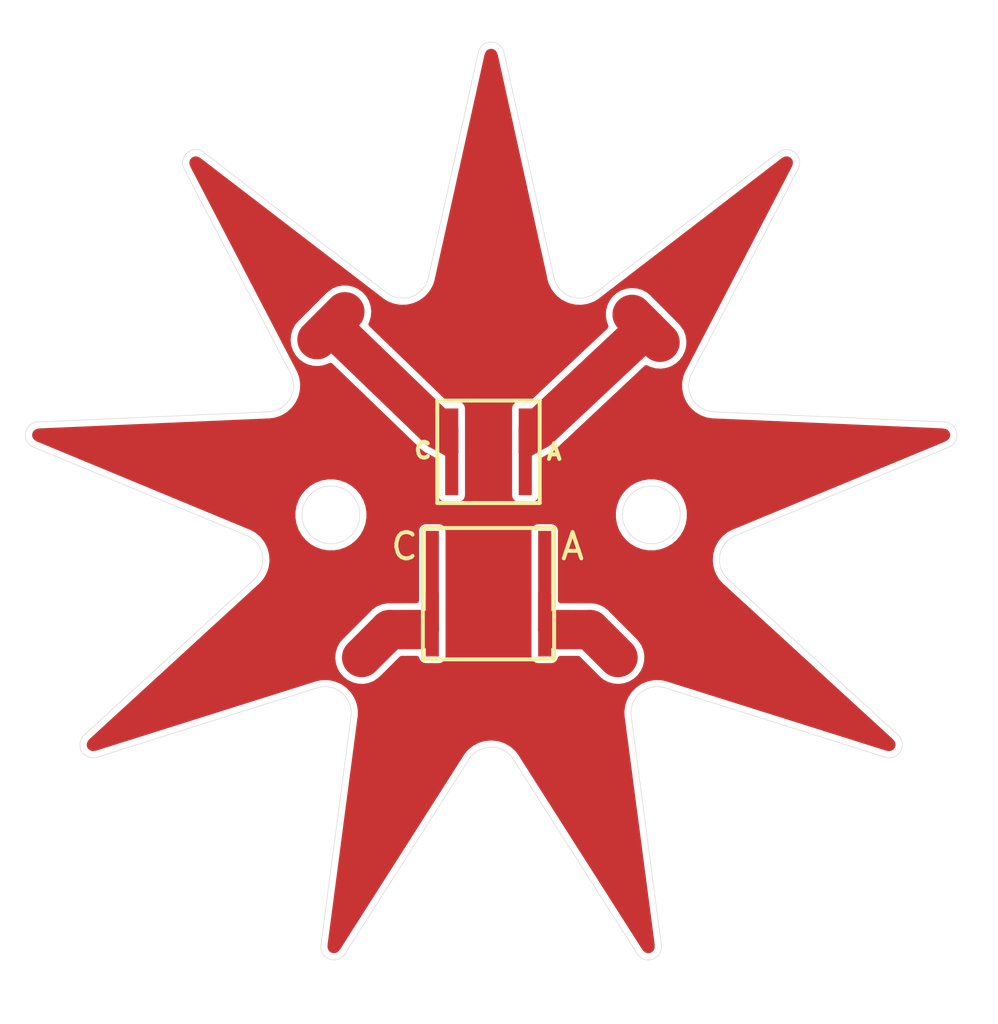
<source format=kicad_pcb>
(kicad_pcb (version 20190905) (host pcbnew "(5.99.0-189-gc3175b45a)")

  (general
    (thickness 1.6)
    (drawings 38)
    (tracks 20)
    (modules 6)
    (nets 6)
  )

  (page "A4")
  (layers
    (0 "F.Cu" signal)
    (31 "B.Cu" signal)
    (37 "F.SilkS" user)
    (39 "F.Mask" user)
    (40 "Dwgs.User" user)
    (44 "Edge.Cuts" user)
    (45 "Margin" user)
    (46 "B.CrtYd" user)
    (47 "F.CrtYd" user)
  )

  (setup
    (stackup
      (layer "F.SilkS" (type "Top Silk Screen"))
      (layer "F.Mask" (type "Top Solder Mask") (thickness 0.01) (color "Green"))
      (layer "F.Cu" (type "copper") (thickness 0.035))
      (layer "dielectric 1" (type "core") (thickness 1.51) (material "FR4") (epsilon_r 4.5) (loss_tangent 0.02))
      (layer "B.Cu" (type "copper") (thickness 0.035))
      (copper_finish "None")
      (dielectric_constraints no)
    )
    (last_trace_width 0.8)
    (trace_clearance 0.22)
    (zone_clearance 0.25)
    (zone_45_only no)
    (trace_min 0.2)
    (via_size 0.8)
    (via_drill 0.4)
    (via_min_size 0.4)
    (via_min_drill 0.3)
    (uvia_size 0.3)
    (uvia_drill 0.1)
    (uvias_allowed no)
    (uvia_min_size 0.2)
    (uvia_min_drill 0.1)
    (max_error 0.005)
    (defaults
      (edge_clearance 0.01)
      (edge_cuts_line_width 0.05)
      (courtyard_line_width 0.05)
      (copper_line_width 0.2)
      (copper_text_dims (size 1.5 1.5) (thickness 0.3) keep_upright)
      (silk_line_width 0.15)
      (silk_text_dims (size 1 1) (thickness 0.15) keep_upright)
      (other_layers_line_width 0.1)
      (other_layers_text_dims (size 1 1) (thickness 0.15) keep_upright)
    )
    (pad_size 1.524 1.524)
    (pad_drill 0.762)
    (pad_to_mask_clearance 0.06)
    (solder_mask_min_width 0.15)
    (aux_axis_origin 0 0)
    (visible_elements 7FFFFF7F)
    (pcbplotparams
      (layerselection 0x010a0_7fffffff)
      (usegerberextensions true)
      (usegerberattributes false)
      (usegerberadvancedattributes false)
      (creategerberjobfile false)
      (excludeedgelayer true)
      (linewidth 0.150000)
      (plotframeref false)
      (viasonmask false)
      (mode 1)
      (useauxorigin false)
      (hpglpennumber 1)
      (hpglpenspeed 20)
      (hpglpendiameter 15.000000)
      (psnegative false)
      (psa4output false)
      (plotreference true)
      (plotvalue true)
      (plotinvisibletext false)
      (padsonsilk false)
      (subtractmaskfromsilk true)
      (outputformat 1)
      (mirror false)
      (drillshape 0)
      (scaleselection 1)
      (outputdirectory "Gerber")
    )
  )

  (net 0 "")
  (net 1 "Net-(D1-PadC)")
  (net 2 "Net-(D1-PadA)")
  (net 3 "Net-(D2-PadC)")
  (net 4 "Net-(D2-PadA)")
  (net 5 "GNDPWR")

  (net_class "Default" "This is the default net class."
    (clearance 0.22)
    (trace_width 0.8)
    (via_dia 0.8)
    (via_drill 0.4)
    (uvia_dia 0.3)
    (uvia_drill 0.1)
    (add_net "GNDPWR")
    (add_net "Net-(D1-PadA)")
    (add_net "Net-(D1-PadC)")
    (add_net "Net-(D2-PadA)")
    (add_net "Net-(D2-PadC)")
  )

  (module "LEDs:LED_XPE" (layer "F.Cu") (tedit 5D967932) (tstamp 5D90F48F)
    (at 125.2 103 180)
    (descr "CREE XP-E LED")
    (path "/5D915826")
    (fp_text reference "D1" (at 0 2.6) (layer "F.SilkS") hide
      (effects (font (size 0.6 0.6) (thickness 0.15)))
    )
    (fp_text value "LED" (at 0 -2.55) (layer "F.SilkS") hide
      (effects (font (size 0.6 0.6) (thickness 0.15)))
    )
    (fp_text user "C" (at 2.5 0.05) (layer "F.SilkS")
      (effects (font (size 0.6 0.6) (thickness 0.15)))
    )
    (fp_line (start -1.95 1.95) (end -1.95 -1.95) (layer "F.SilkS") (width 0.15))
    (fp_line (start 1.95 1.95) (end -1.95 1.95) (layer "F.SilkS") (width 0.15))
    (fp_line (start 1.95 -1.95) (end 1.95 1.95) (layer "F.SilkS") (width 0.15))
    (fp_line (start -1.95 -1.95) (end 1.95 -1.95) (layer "F.SilkS") (width 0.15))
    (fp_text user "A" (at -2.5 0) (layer "F.SilkS")
      (effects (font (size 0.6 0.6) (thickness 0.15)))
    )
    (pad "PAD" smd rect (at 0 0 180) (size 1.3 3.3) (layers "F.Cu" "F.Paste" "F.Mask")
      (net 5 "GNDPWR"))
    (pad "A" smd rect (at -1.4 0 180) (size 0.5 3.3) (layers "F.Cu" "F.Paste" "F.Mask")
      (net 2 "Net-(D1-PadA)"))
    (pad "C" smd rect (at 1.4 0 180) (size 0.5 3.3) (layers "F.Cu" "F.Paste" "F.Mask")
      (net 1 "Net-(D1-PadC)"))
    (model "${KICAD_SYMBOL_DIR}/3d/LED/Cree_XPE.stp"
      (offset (xyz 0 1.4 0))
      (scale (xyz 1 1 1))
      (rotate (xyz 180 0 0))
    )
  )

  (module "PCB:Oval3x1.5" (layer "F.Cu") (tedit 57112E9C) (tstamp 5D966882)
    (at 120.9 110.3 45)
    (path "/5D969567")
    (fp_text reference "XL4" (at -0.1 1.3 45) (layer "F.SilkS") hide
      (effects (font (size 0.6 0.6) (thickness 0.15)))
    )
    (fp_text value "CONN_1" (at -0.199999 -1.2 45) (layer "F.SilkS") hide
      (effects (font (size 0.6 0.6) (thickness 0.15)))
    )
    (pad "1" smd oval (at 0 0 45) (size 3 1.5) (layers "F.Cu" "F.Paste" "F.Mask")
      (net 3 "Net-(D2-PadC)"))
  )

  (module "PCB:Oval3x1.5" (layer "F.Cu") (tedit 57112E9C) (tstamp 5D96687D)
    (at 129.6 110.3 -45)
    (path "/5D969566")
    (fp_text reference "XL3" (at -0.1 1.3 135) (layer "F.SilkS") hide
      (effects (font (size 0.6 0.6) (thickness 0.15)))
    )
    (fp_text value "CONN_1" (at -0.199999 -1.2 135) (layer "F.SilkS") hide
      (effects (font (size 0.6 0.6) (thickness 0.15)))
    )
    (pad "1" smd oval (at 0 0 315) (size 3 1.5) (layers "F.Cu" "F.Paste" "F.Mask")
      (net 4 "Net-(D2-PadA)"))
  )

  (module "LEDs:Cree_XML" (layer "F.Cu") (tedit 5D9678FE) (tstamp 5D966868)
    (at 125.2 108.4 180)
    (path "/5D969568")
    (fp_text reference "D2" (at 0 3.2) (layer "F.SilkS") hide
      (effects (font (size 0.6 0.6) (thickness 0.15)))
    )
    (fp_text value "LED" (at 0.06 -3.2) (layer "F.SilkS") hide
      (effects (font (size 0.6 0.6) (thickness 0.15)))
    )
    (fp_text user "C" (at 3.2 1.8) (layer "F.SilkS")
      (effects (font (size 1 1) (thickness 0.15)))
    )
    (fp_text user "A" (at -3.2 1.8) (layer "F.SilkS")
      (effects (font (size 1 1) (thickness 0.15)))
    )
    (fp_line (start -2.5 2.5) (end -2.5 -2.5) (layer "F.SilkS") (width 0.15))
    (fp_line (start 2.5 2.5) (end -2.5 2.5) (layer "F.SilkS") (width 0.15))
    (fp_line (start 2.5 -2.5) (end 2.5 2.5) (layer "F.SilkS") (width 0.15))
    (fp_line (start -2.5 -2.5) (end 2.5 -2.5) (layer "F.SilkS") (width 0.15))
    (pad "C" smd rect (at 2.14 0 180) (size 0.5 4.78) (layers "F.Cu" "F.Paste" "F.Mask")
      (net 3 "Net-(D2-PadC)"))
    (pad "A" smd rect (at -2.14 0 180) (size 0.5 4.78) (layers "F.Cu" "F.Paste" "F.Mask")
      (net 4 "Net-(D2-PadA)"))
    (pad "PAD" smd rect (at 0 0 180) (size 2.78 4.78) (layers "F.Cu" "F.Paste" "F.Mask")
      (net 5 "GNDPWR"))
    (model "${KICAD_SYMBOL_DIR}/3d/LED/Cree_XML.step"
      (at (xyz 0 0 0))
      (scale (xyz 1 1 1))
      (rotate (xyz -90 0 0))
    )
  )

  (module "PCB:Oval3x1.5" (layer "F.Cu") (tedit 57112E9C) (tstamp 5D90F4CD)
    (at 119.2 98.2 45)
    (path "/5D918C39")
    (fp_text reference "XL2" (at -0.1 1.3 45) (layer "F.SilkS") hide
      (effects (font (size 0.6 0.6) (thickness 0.15)))
    )
    (fp_text value "CONN_1" (at -0.199999 -1.2 45) (layer "F.SilkS") hide
      (effects (font (size 0.6 0.6) (thickness 0.15)))
    )
    (pad "1" smd oval (at 0 0 45) (size 3 1.5) (layers "F.Cu" "F.Paste" "F.Mask")
      (net 1 "Net-(D1-PadC)"))
  )

  (module "PCB:Oval3x1.5" (layer "F.Cu") (tedit 57112E9C) (tstamp 5D90F4C8)
    (at 131.2 98.3 -45)
    (path "/5D91721A")
    (fp_text reference "XL1" (at -0.1 1.3 135) (layer "F.SilkS") hide
      (effects (font (size 0.6 0.6) (thickness 0.15)))
    )
    (fp_text value "CONN_1" (at -0.199999 -1.2 135) (layer "F.SilkS") hide
      (effects (font (size 0.6 0.6) (thickness 0.15)))
    )
    (pad "1" smd oval (at 0 0 315) (size 3 1.5) (layers "F.Cu" "F.Paste" "F.Mask")
      (net 2 "Net-(D1-PadA)"))
  )

  (gr_arc (start 118.973491 112.93964) (end 119.964944 113.070102) (angle -114.9925404) (layer "Edge.Cuts") (width 0.02) (tstamp 5D966C4B))
  (gr_arc (start 114.051217 91.994223) (end 114.355572 91.597526) (angle -154.9925404) (layer "Edge.Cuts") (width 0.02) (tstamp 5D966C4E))
  (gr_line (start 116.282863 107.846331) (end 109.806737 113.781383) (layer "Edge.Cuts") (width 0.02) (tstamp 5D966C51))
  (gr_line (start 113.607697 92.225068) (end 117.663358 100.017159) (layer "Edge.Cuts") (width 0.02) (tstamp 5D966C54))
  (gr_line (start 121.325025 96.944655) (end 114.355572 91.597526) (layer "Edge.Cuts") (width 0.02) (tstamp 5D966C57))
  (gr_line (start 124.81186 87.791749) (end 122.910017 96.367765) (layer "Edge.Cuts") (width 0.02) (tstamp 5D966C5A))
  (gr_line (start 131.781079 121.77939) (end 130.635056 113.070102) (layer "Edge.Cuts") (width 0.02) (tstamp 5D966C5D))
  (gr_line (start 126.143356 114.704947) (end 130.863674 122.113298) (layer "Edge.Cuts") (width 0.02) (tstamp 5D966C60))
  (gr_arc (start 125.3 115.242302) (end 126.143356 114.704947) (angle -114.9925404) (layer "Edge.Cuts") (width 0.02) (tstamp 5D966C63))
  (gr_arc (start 110.144556 114.15) (end 109.806737 113.781383) (angle -154.9925404) (layer "Edge.Cuts") (width 0.02) (tstamp 5D966C66))
  (gr_line (start 127.689983 96.367765) (end 125.78814 87.791749) (layer "Edge.Cuts") (width 0.02) (tstamp 5D966C69))
  (gr_arc (start 131.285352 121.84462) (end 130.863674 122.113298) (angle -154.9925404) (layer "Edge.Cuts") (width 0.02) (tstamp 5D966C6C))
  (gr_line (start 119.736326 122.113298) (end 124.456644 114.704947) (layer "Edge.Cuts") (width 0.02) (tstamp 5D966C6F))
  (gr_arc (start 119.314648 121.84462) (end 118.818921 121.77939) (angle -154.9925404) (layer "Edge.Cuts") (width 0.02) (tstamp 5D966C72))
  (gr_arc (start 115.607225 107.109097) (end 116.282863 107.846331) (angle -114.9925404) (layer "Edge.Cuts") (width 0.02) (tstamp 5D966C75))
  (gr_arc (start 121.933735 96.151262) (end 121.325025 96.944655) (angle -114.9925404) (layer "Edge.Cuts") (width 0.02) (tstamp 5D966C78))
  (gr_line (start 110.294878 114.626868) (end 118.672847 111.985904) (layer "Edge.Cuts") (width 0.02) (tstamp 5D966C7B))
  (gr_line (start 107.874493 102.823085) (end 115.989969 106.185243) (layer "Edge.Cuts") (width 0.02) (tstamp 5D966C7E))
  (gr_arc (start 108.065865 102.361157) (end 108.044023 101.861635) (angle -154.9925404) (layer "Edge.Cuts") (width 0.02) (tstamp 5D966C81))
  (gr_line (start 116.820001 101.477895) (end 108.044023 101.861635) (layer "Edge.Cuts") (width 0.02) (tstamp 5D966C84))
  (gr_arc (start 116.776317 100.478849) (end 116.820001 101.477895) (angle -114.9925404) (layer "Edge.Cuts") (width 0.02) (tstamp 5D966C87))
  (gr_arc (start 125.3 87.9) (end 125.78814 87.791749) (angle -154.9925404) (layer "Edge.Cuts") (width 0.02) (tstamp 5D966C8A))
  (gr_line (start 119.964944 113.070102) (end 118.818921 121.77939) (layer "Edge.Cuts") (width 0.02) (tstamp 5D966C8D))
  (gr_line (start 132.936642 100.017159) (end 136.992303 92.225068) (layer "Edge.Cuts") (width 0.02) (tstamp 5D966C90))
  (gr_line (start 134.610031 106.185243) (end 142.725507 102.823085) (layer "Edge.Cuts") (width 0.02) (tstamp 5D966C93))
  (gr_line (start 142.555977 101.861635) (end 133.779999 101.477895) (layer "Edge.Cuts") (width 0.02) (tstamp 5D966C96))
  (gr_line (start 140.793263 113.781383) (end 134.317137 107.846331) (layer "Edge.Cuts") (width 0.02) (tstamp 5D966C99))
  (gr_arc (start 134.992775 107.109097) (end 134.610031 106.185243) (angle -114.9925404) (layer "Edge.Cuts") (width 0.02) (tstamp 5D966C9C))
  (gr_arc (start 133.823683 100.478849) (end 132.936642 100.017159) (angle -114.9925404) (layer "Edge.Cuts") (width 0.02) (tstamp 5D966C9F))
  (gr_arc (start 142.534135 102.361157) (end 142.725507 102.823085) (angle -154.9925404) (layer "Edge.Cuts") (width 0.02) (tstamp 5D966CA2))
  (gr_line (start 131.927153 111.985904) (end 140.305122 114.626868) (layer "Edge.Cuts") (width 0.02) (tstamp 5D966CA5))
  (gr_arc (start 131.626509 112.93964) (end 131.927153 111.985904) (angle -114.9925404) (layer "Edge.Cuts") (width 0.02) (tstamp 5D966CA8))
  (gr_arc (start 140.455444 114.15) (end 140.305122 114.626868) (angle -154.9925404) (layer "Edge.Cuts") (width 0.02) (tstamp 5D966CAB))
  (gr_arc (start 136.548783 91.994223) (end 136.992303 92.225068) (angle -154.9925404) (layer "Edge.Cuts") (width 0.02) (tstamp 5D966CAE))
  (gr_circle (center 131.4 105.4) (end 132.5 105.4) (layer "Edge.Cuts") (width 0.02) (tstamp 5D966CB1))
  (gr_arc (start 128.666265 96.151262) (end 127.689983 96.367765) (angle -114.9925404) (layer "Edge.Cuts") (width 0.02) (tstamp 5D966CB4))
  (gr_line (start 136.244428 91.597526) (end 129.274975 96.944655) (layer "Edge.Cuts") (width 0.02) (tstamp 5D966CB7))
  (gr_circle (center 119.2 105.4) (end 120.300001 105.4) (layer "Edge.Cuts") (width 0.02) (tstamp 5D966CBA))

  (segment (start 123.8 103) (end 123.7994 102.1518) (width 0.5) (layer "F.Cu") (net 1))
  (segment (start 123.8 103) (end 123.0576 102.5898) (width 0.5) (layer "F.Cu") (net 1))
  (segment (start 126.6 103) (end 127.3431 102.5831) (width 0.5) (layer "F.Cu") (net 2))
  (segment (start 126.6 103) (end 126.5985 102.1479) (width 0.5) (layer "F.Cu") (net 2))
  (segment (start 129.6 110.3) (end 129.5689 109.7419) (width 0.5) (layer "F.Cu") (net 4))
  (segment (start 129.6 110.3) (end 129.0419 110.2689) (width 0.5) (layer "F.Cu") (net 4))
  (segment (start 127.34 109.7697) (end 127.6046 110.0279) (width 0.5) (layer "F.Cu") (net 4))
  (segment (start 127.34 109.7697) (end 127.6034 109.5103) (width 0.5) (layer "F.Cu") (net 4))
  (segment (start 119.2 98.2) (end 123.2994 102.1522) (width 1.5) (layer "F.Cu") (net 1))
  (segment (start 123.2994 102.1522) (end 123.8 103) (width 0.5) (layer "F.Cu") (net 1))
  (segment (start 126.6 103) (end 127.0985 102.147) (width 0.5) (layer "F.Cu") (net 2))
  (segment (start 127.0985 102.147) (end 131.2 98.3) (width 1.5) (layer "F.Cu") (net 2))
  (segment (start 121.4303 109.7697) (end 122.5589 109.7665) (width 1.5) (layer "F.Cu") (net 3))
  (segment (start 122.5589 109.7665) (end 122.81 109.7665) (width 0.5) (layer "F.Cu") (net 3))
  (segment (start 122.81 109.7665) (end 123.06 109.7665) (width 0.5) (layer "F.Cu") (net 3))
  (segment (start 123.06 109.7665) (end 123.06 108.4) (width 0.5) (layer "F.Cu") (net 3))
  (segment (start 129.6 110.3) (end 129.0697 109.7697) (width 0.5) (layer "F.Cu") (net 4))
  (segment (start 127.8578 109.7685) (end 127.34 109.7697) (width 0.5) (layer "F.Cu") (net 4))
  (segment (start 127.34 109.7697) (end 127.34 108.4) (width 0.5) (layer "F.Cu") (net 4))
  (segment (start 129.0697 109.7697) (end 127.8578 109.7685) (width 1.5) (layer "F.Cu") (net 4))

  (zone (net 5) (net_name "GNDPWR") (layer "F.Cu") (tstamp 0) (hatch edge 0.508)
    (connect_pads yes (clearance 0.25))
    (min_thickness 0.22)
    (fill yes (thermal_gap 0.508) (thermal_bridge_width 0.508))
    (polygon
      (pts
        (xy 106.6 85.8) (xy 144.6 85.8) (xy 144.6 124.8) (xy 106.6 124.8)
      )
    )
    (filled_polygon
      (pts
        (xy 125.345939 87.775837) (xy 125.378941 87.793722) (xy 125.405595 87.820149) (xy 125.430015 87.864301) (xy 125.442575 87.906298)
        (xy 125.448162 87.91685) (xy 127.335456 96.427264) (xy 127.340223 96.468784) (xy 127.403222 96.665003) (xy 127.415178 96.686528)
        (xy 127.42264 96.709985) (xy 127.53068 96.905731) (xy 127.547583 96.925772) (xy 127.560388 96.94864) (xy 127.705583 97.118664)
        (xy 127.726167 97.134893) (xy 127.743308 97.154719) (xy 127.919725 97.292076) (xy 127.943153 97.303835) (xy 127.963934 97.319811)
        (xy 128.164367 97.418888) (xy 128.189678 97.425695) (xy 128.213249 97.437168) (xy 128.429509 97.493918) (xy 128.455678 97.495497)
        (xy 128.481068 97.501995) (xy 128.704323 97.5141) (xy 128.730268 97.510387) (xy 128.756454 97.511646) (xy 128.977584 97.478613)
        (xy 129.002254 97.469757) (xy 129.028154 97.465726) (xy 129.238126 97.388902) (xy 129.260511 97.375266) (xy 129.285071 97.36611)
        (xy 129.475306 97.248636) (xy 129.507062 97.219079) (xy 136.415249 91.918955) (xy 136.500917 91.870791) (xy 136.537486 91.862317)
        (xy 136.574958 91.864447) (xy 136.610333 91.877011) (xy 136.640753 91.898995) (xy 136.663783 91.928636) (xy 136.677571 91.963553)
        (xy 136.681002 92.000928) (xy 136.671329 92.050444) (xy 136.653953 92.090694) (xy 136.65145 92.10237) (xy 132.62682 99.834843)
        (xy 132.603775 99.869725) (xy 132.525909 100.060531) (xy 132.521233 100.084702) (xy 132.511871 100.107468) (xy 132.468812 100.326867)
        (xy 132.468879 100.353079) (xy 132.463988 100.37883) (xy 132.465924 100.602405) (xy 132.47126 100.628071) (xy 132.471647 100.654279)
        (xy 132.518501 100.872899) (xy 132.528889 100.896966) (xy 132.534538 100.922561) (xy 132.624394 101.127294) (xy 132.639407 101.148778)
        (xy 132.650087 101.172715) (xy 132.779275 101.355199) (xy 132.798305 101.373228) (xy 132.813579 101.394526) (xy 132.976822 101.547308)
        (xy 132.999088 101.561142) (xy 133.018333 101.578935) (xy 133.208962 101.69577) (xy 133.233556 101.704845) (xy 133.255987 101.718405)
        (xy 133.466215 101.794521) (xy 133.492124 101.798464) (xy 133.516828 101.807238) (xy 133.738069 101.839528) (xy 133.781393 101.837298)
        (xy 142.480233 102.217666) (xy 142.576806 102.235833) (xy 142.61027 102.252849) (xy 142.637604 102.278565) (xy 142.656626 102.310929)
        (xy 142.6658 102.347329) (xy 142.66439 102.384839) (xy 142.65251 102.420439) (xy 142.631107 102.451286) (xy 142.591873 102.482997)
        (xy 142.552688 102.502663) (xy 142.543269 102.509996) (xy 134.489883 105.846431) (xy 134.449809 105.85834) (xy 134.267512 105.954455)
        (xy 134.248395 105.969965) (xy 134.226589 105.981386) (xy 134.052576 106.121777) (xy 134.035777 106.141902) (xy 134.015477 106.158486)
        (xy 133.87325 106.330999) (xy 133.860844 106.354085) (xy 133.844293 106.374411) (xy 133.739659 106.572001) (xy 133.732147 106.597112)
        (xy 133.720021 106.620351) (xy 133.657255 106.834945) (xy 133.654945 106.861058) (xy 133.647741 106.886258) (xy 133.629406 107.109087)
        (xy 133.632394 107.135128) (xy 133.630405 107.161266) (xy 133.657251 107.383232) (xy 133.665415 107.408143) (xy 133.668721 107.434144)
        (xy 133.739652 107.646179) (xy 133.752656 107.668934) (xy 133.761123 107.69374) (xy 133.87324 107.887183) (xy 133.890557 107.906863)
        (xy 133.90384 107.92946) (xy 134.052564 108.096405) (xy 134.087177 108.122539) (xy 140.506373 114.005417) (xy 140.568689 114.081427)
        (xy 140.583384 114.115969) (xy 140.587793 114.153241) (xy 140.581562 114.190261) (xy 140.565195 114.224036) (xy 140.540003 114.251865)
        (xy 140.508015 114.271503) (xy 140.471799 114.281374) (xy 140.42135 114.280446) (xy 140.378699 114.270324) (xy 140.366768 114.269886)
        (xy 132.052903 111.649131) (xy 132.014546 111.632493) (xy 131.813119 111.588943) (xy 131.788504 111.588535) (xy 131.764453 111.583267)
        (xy 131.540911 111.57896) (xy 131.51511 111.583578) (xy 131.488902 111.583233) (xy 131.269058 111.623964) (xy 131.244713 111.633674)
        (xy 131.218967 111.638607) (xy 131.011804 111.722711) (xy 130.989905 111.737123) (xy 130.965682 111.747129) (xy 130.779664 111.871171)
        (xy 130.761115 111.889685) (xy 130.739392 111.904363) (xy 130.582114 112.063276) (xy 130.567664 112.085145) (xy 130.549339 112.103887)
        (xy 130.427227 112.29118) (xy 130.417471 112.315507) (xy 130.403289 112.337553) (xy 130.321332 112.545573) (xy 130.316668 112.57136)
        (xy 130.307206 112.595812) (xy 130.268751 112.816064) (xy 130.269367 112.842275) (xy 130.265017 112.868119) (xy 130.271636 113.091604)
        (xy 130.281355 113.133888) (xy 131.417304 121.766622) (xy 131.416182 121.864878) (xy 131.405235 121.900787) (xy 131.384652 121.932178)
        (xy 131.356086 121.95653) (xy 131.321837 121.971883) (xy 131.284653 121.977008) (xy 131.24752 121.971489) (xy 131.213434 121.955772)
        (xy 131.17539 121.922638) (xy 131.14922 121.887465) (xy 131.140363 121.879462) (xy 126.456159 114.527792) (xy 126.437472 114.490394)
        (xy 126.311161 114.327556) (xy 126.29257 114.311423) (xy 126.277532 114.291929) (xy 126.109056 114.144939) (xy 126.086323 114.131891)
        (xy 126.066465 114.114778) (xy 125.871876 114.004669) (xy 125.846985 113.996459) (xy 125.824092 113.983689) (xy 125.611335 113.914956)
        (xy 125.585304 113.911919) (xy 125.560309 113.904013) (xy 125.338077 113.879463) (xy 125.311961 113.881723) (xy 125.285889 113.879004)
        (xy 125.06326 113.899643) (xy 125.038134 113.907108) (xy 125.01205 113.909687) (xy 124.798117 113.974669) (xy 124.775006 113.987034)
        (xy 124.749972 113.994805) (xy 124.553476 114.101478) (xy 124.533322 114.118238) (xy 124.510361 114.130885) (xy 124.339328 114.27489)
        (xy 124.322955 114.29536) (xy 124.303008 114.312364) (xy 124.164424 114.487818) (xy 124.144693 114.526453) (xy 119.465871 121.869678)
        (xy 119.401844 121.94424) (xy 119.370383 121.964706) (xy 119.334437 121.975522) (xy 119.2969 121.975815) (xy 119.260792 121.96556)
        (xy 119.229013 121.945584) (xy 119.204118 121.917491) (xy 119.188109 121.883542) (xy 119.180263 121.8337) (xy 119.182824 121.789938)
        (xy 119.181183 121.778112) (xy 120.318439 113.135456) (xy 120.328162 113.094798) (xy 120.336073 112.888869) (xy 120.3322 112.864554)
        (xy 120.333211 112.839957) (xy 120.298635 112.619064) (xy 120.289607 112.594457) (xy 120.285396 112.568586) (xy 120.207109 112.359155)
        (xy 120.193316 112.336861) (xy 120.183988 112.312367) (xy 120.06519 112.122958) (xy 120.047197 112.103895) (xy 120.033134 112.081775)
        (xy 119.878674 111.920121) (xy 119.857214 111.905064) (xy 119.838992 111.886225) (xy 119.655183 111.758932) (xy 119.631136 111.7485)
        (xy 119.609498 111.733709) (xy 119.403848 111.645975) (xy 119.378196 111.64059) (xy 119.354019 111.630451) (xy 119.134927 111.585862)
        (xy 119.108717 111.585747) (xy 119.083002 111.580676) (xy 118.859418 111.581051) (xy 118.833716 111.586208) (xy 118.807505 111.586413)
        (xy 118.588565 111.631739) (xy 118.548617 111.648651) (xy 110.24429 114.266401) (xy 110.14732 114.282362) (xy 110.110061 114.277817)
        (xy 110.075571 114.262996) (xy 110.046631 114.239094) (xy 110.025561 114.208029) (xy 110.014057 114.172297) (xy 110.013044 114.134775)
        (xy 110.022603 114.098477) (xy 110.048627 114.055258) (xy 110.078722 114.023377) (xy 110.085068 114.013262) (xy 113.528458 110.857564)
        (xy 119.255286 110.857564) (xy 119.283523 111.081086) (xy 119.356128 111.294365) (xy 119.470137 111.488688) (xy 119.620892 111.656118)
        (xy 119.802233 111.789814) (xy 120.006754 111.884316) (xy 120.2261 111.935763) (xy 120.45131 111.942054) (xy 120.673185 111.902931)
        (xy 120.88535 111.818928) (xy 121.124365 111.643996) (xy 121.890964 110.877398) (xy 122.461029 110.875782) (xy 122.471829 110.930075)
        (xy 122.551175 111.048825) (xy 122.669925 111.128171) (xy 122.799264 111.153898) (xy 123.320736 111.153898) (xy 123.450075 111.128171)
        (xy 123.568825 111.048825) (xy 123.648171 110.930075) (xy 123.673898 110.800736) (xy 123.673898 109.711091) (xy 126.724389 109.711091)
        (xy 126.726102 109.732568) (xy 126.726102 109.812019) (xy 126.724665 109.831131) (xy 126.726102 109.836243) (xy 126.726102 110.800736)
        (xy 126.751829 110.930075) (xy 126.831175 111.048825) (xy 126.949925 111.128171) (xy 127.079264 111.153898) (xy 127.600736 111.153898)
        (xy 127.730075 111.128171) (xy 127.848825 111.048825) (xy 127.928171 110.930075) (xy 127.938613 110.87758) (xy 128.609882 110.878244)
        (xy 129.385953 111.654315) (xy 129.516699 111.76095) (xy 129.71636 111.865329) (xy 129.93293 111.92743) (xy 130.157564 111.944714)
        (xy 130.381087 111.916477) (xy 130.594365 111.843872) (xy 130.788688 111.729863) (xy 130.956118 111.579108) (xy 131.089814 111.397767)
        (xy 131.184316 111.193247) (xy 131.235763 110.9739) (xy 131.242054 110.748689) (xy 131.202931 110.526814) (xy 131.118928 110.314649)
        (xy 130.943997 110.075634) (xy 129.881466 109.013104) (xy 129.818034 108.940245) (xy 129.73993 108.885237) (xy 129.683301 108.839051)
        (xy 129.648579 108.820898) (xy 129.598579 108.785684) (xy 129.529706 108.758753) (xy 129.48364 108.734671) (xy 129.425425 108.717978)
        (xy 129.348322 108.687829) (xy 129.297885 108.681407) (xy 129.267069 108.67257) (xy 129.169578 108.665068) (xy 129.13579 108.660766)
        (xy 129.113371 108.660743) (xy 129.042436 108.655286) (xy 129.000119 108.660631) (xy 127.953898 108.659595) (xy 127.953898 105.999264)
        (xy 127.928171 105.869925) (xy 127.848825 105.751175) (xy 127.730075 105.671829) (xy 127.600736 105.646102) (xy 127.079264 105.646102)
        (xy 126.949925 105.671829) (xy 126.831175 105.751175) (xy 126.751829 105.869925) (xy 126.726102 105.999264) (xy 126.726102 109.704889)
        (xy 126.724389 109.711091) (xy 123.673898 109.711091) (xy 123.673898 105.999264) (xy 123.648171 105.869925) (xy 123.568825 105.751175)
        (xy 123.450075 105.671829) (xy 123.320736 105.646102) (xy 122.799264 105.646102) (xy 122.669925 105.671829) (xy 122.551175 105.751175)
        (xy 122.471829 105.869925) (xy 122.446102 105.999264) (xy 122.446102 108.657816) (xy 121.445599 108.660652) (xy 121.348689 108.657946)
        (xy 121.265951 108.672535) (xy 121.160752 108.685569) (xy 121.133818 108.695834) (xy 121.126811 108.697069) (xy 121.030117 108.735355)
        (xy 120.90993 108.781159) (xy 120.68915 108.93382) (xy 120.621864 109.009772) (xy 119.545685 110.085954) (xy 119.43905 110.2167)
        (xy 119.334671 110.41636) (xy 119.27257 110.632931) (xy 119.255286 110.857564) (xy 113.528458 110.857564) (xy 116.51165 108.123615)
        (xy 116.545228 108.098723) (xy 116.683659 107.946056) (xy 116.696322 107.924939) (xy 116.712907 107.906747) (xy 116.828407 107.715307)
        (xy 116.837308 107.690657) (xy 116.850713 107.668129) (xy 116.925361 107.457374) (xy 116.929124 107.43143) (xy 116.937723 107.406673)
        (xy 116.968469 107.185214) (xy 116.966939 107.159048) (xy 116.970385 107.133059) (xy 116.955971 106.90994) (xy 116.94921 106.884615)
        (xy 116.947361 106.85847) (xy 116.888377 106.642806) (xy 116.876664 106.619361) (xy 116.869594 106.594117) (xy 116.768449 106.394717)
        (xy 116.752261 106.374106) (xy 116.74026 106.3508) (xy 116.601085 106.175812) (xy 116.58108 106.158875) (xy 116.564639 106.138459)
        (xy 116.393121 105.99503) (xy 116.370121 105.982462) (xy 116.349911 105.965771) (xy 116.153058 105.859759) (xy 116.111582 105.847036)
        (xy 114.724432 105.272354) (xy 117.741 105.272354) (xy 117.741 105.527646) (xy 117.785331 105.779059) (xy 117.872646 106.018955)
        (xy 118.000291 106.240044) (xy 118.16439 106.43561) (xy 118.359956 106.599709) (xy 118.581045 106.727354) (xy 118.820941 106.814669)
        (xy 119.072354 106.859) (xy 119.327646 106.859) (xy 119.579059 106.814669) (xy 119.818955 106.727354) (xy 120.040044 106.599709)
        (xy 120.23561 106.43561) (xy 120.399709 106.240044) (xy 120.527354 106.018955) (xy 120.614669 105.779059) (xy 120.659 105.527646)
        (xy 120.659 105.272354) (xy 129.941001 105.272354) (xy 129.941001 105.527646) (xy 129.985332 105.779059) (xy 130.072647 106.018955)
        (xy 130.200292 106.240045) (xy 130.364391 106.435609) (xy 130.559955 106.599708) (xy 130.781045 106.727353) (xy 131.020941 106.814668)
        (xy 131.272354 106.858999) (xy 131.527646 106.858999) (xy 131.779059 106.814668) (xy 132.018955 106.727353) (xy 132.240045 106.599708)
        (xy 132.435609 106.435609) (xy 132.599708 106.240045) (xy 132.727353 106.018955) (xy 132.814668 105.779059) (xy 132.858999 105.527646)
        (xy 132.858999 105.272354) (xy 132.814668 105.020941) (xy 132.727353 104.781045) (xy 132.599708 104.559955) (xy 132.435609 104.364391)
        (xy 132.240045 104.200292) (xy 132.018955 104.072647) (xy 131.779059 103.985332) (xy 131.527646 103.941001) (xy 131.272354 103.941001)
        (xy 131.020941 103.985332) (xy 130.781045 104.072647) (xy 130.559955 104.200292) (xy 130.364391 104.364391) (xy 130.200292 104.559955)
        (xy 130.072647 104.781045) (xy 129.985332 105.020941) (xy 129.941001 105.272354) (xy 120.659 105.272354) (xy 120.614669 105.020941)
        (xy 120.527354 104.781045) (xy 120.399709 104.559956) (xy 120.23561 104.36439) (xy 120.040044 104.200291) (xy 119.818955 104.072646)
        (xy 119.579059 103.985331) (xy 119.327646 103.941) (xy 119.072354 103.941) (xy 118.820941 103.985331) (xy 118.581045 104.072646)
        (xy 118.359956 104.200291) (xy 118.16439 104.36439) (xy 118.000291 104.559956) (xy 117.872646 104.781045) (xy 117.785331 105.020941)
        (xy 117.741 105.272354) (xy 114.724432 105.272354) (xy 108.06745 102.514436) (xy 107.982902 102.464327) (xy 107.957281 102.436897)
        (xy 107.940389 102.403378) (xy 107.933583 102.366461) (xy 107.937411 102.329118) (xy 107.951565 102.294356) (xy 107.974906 102.264963)
        (xy 108.005569 102.243296) (xy 108.053279 102.226918) (xy 108.096823 102.221842) (xy 108.108186 102.218171) (xy 116.817032 101.837368)
        (xy 116.858749 101.839884) (xy 117.062928 101.811915) (xy 117.086201 101.803879) (xy 117.110599 101.800603) (xy 117.322134 101.728194)
        (xy 117.344798 101.715031) (xy 117.369546 101.70639) (xy 117.562199 101.592927) (xy 117.581757 101.575474) (xy 117.604261 101.562034)
        (xy 117.770165 101.412149) (xy 117.785817 101.391116) (xy 117.805156 101.373427) (xy 117.937533 101.193243) (xy 117.948632 101.169497)
        (xy 117.964021 101.148281) (xy 118.057463 100.945158) (xy 118.063561 100.919666) (xy 118.074371 100.895787) (xy 118.125061 100.678024)
        (xy 118.125909 100.651825) (xy 118.131695 100.626261) (xy 118.137562 100.402754) (xy 118.133125 100.376921) (xy 118.133653 100.350713)
        (xy 118.094458 100.130591) (xy 118.084917 100.106178) (xy 118.080164 100.080399) (xy 117.997508 99.872655) (xy 117.973903 99.836231)
        (xy 117.412474 98.757564) (xy 117.555286 98.757564) (xy 117.583523 98.981086) (xy 117.656128 99.194365) (xy 117.770137 99.388688)
        (xy 117.920892 99.556118) (xy 118.102233 99.689814) (xy 118.306754 99.784316) (xy 118.5261 99.835763) (xy 118.75131 99.842054)
        (xy 118.973185 99.802931) (xy 119.179902 99.721085) (xy 122.578103 102.997266) (xy 122.738255 103.118179) (xy 122.811927 103.149835)
        (xy 123.186102 103.35658) (xy 123.186102 104.660736) (xy 123.211829 104.790075) (xy 123.291175 104.908825) (xy 123.409925 104.988171)
        (xy 123.539264 105.013898) (xy 124.060736 105.013898) (xy 124.190075 104.988171) (xy 124.308825 104.908825) (xy 124.388171 104.790075)
        (xy 124.413898 104.660736) (xy 124.413898 103.016303) (xy 124.417654 102.992377) (xy 125.981653 102.992377) (xy 125.986102 103.019564)
        (xy 125.986102 104.660736) (xy 126.011829 104.790075) (xy 126.091175 104.908825) (xy 126.209925 104.988171) (xy 126.339264 105.013898)
        (xy 126.860736 105.013898) (xy 126.990075 104.988171) (xy 127.108825 104.908825) (xy 127.188171 104.790075) (xy 127.213898 104.660736)
        (xy 127.213898 103.353882) (xy 127.578116 103.149546) (xy 127.636375 103.126166) (xy 127.809781 103.000336) (xy 131.210944 99.810219)
        (xy 131.31636 99.865329) (xy 131.53293 99.92743) (xy 131.757564 99.944714) (xy 131.981087 99.916477) (xy 132.194365 99.843872)
        (xy 132.388688 99.729863) (xy 132.556118 99.579108) (xy 132.689814 99.397767) (xy 132.784316 99.193247) (xy 132.835763 98.9739)
        (xy 132.842054 98.748689) (xy 132.802931 98.526814) (xy 132.718928 98.314649) (xy 132.543997 98.075634) (xy 131.999688 97.531325)
        (xy 131.921571 97.447161) (xy 131.903903 97.435541) (xy 131.414046 96.945685) (xy 131.2833 96.83905) (xy 131.08364 96.734671)
        (xy 130.867069 96.67257) (xy 130.642436 96.655286) (xy 130.418914 96.683523) (xy 130.205635 96.756128) (xy 130.011312 96.870137)
        (xy 129.843882 97.020892) (xy 129.710186 97.202233) (xy 129.615684 97.406754) (xy 129.564237 97.6261) (xy 129.557946 97.85131)
        (xy 129.597069 98.073185) (xy 129.657641 98.226171) (xy 126.715126 100.986102) (xy 126.339264 100.986102) (xy 126.209925 101.011829)
        (xy 126.091175 101.091175) (xy 126.011829 101.209925) (xy 125.986102 101.339264) (xy 125.986102 102.968843) (xy 125.981653 102.992377)
        (xy 124.417654 102.992377) (xy 124.418284 102.988366) (xy 124.413898 102.965965) (xy 124.413898 101.339264) (xy 124.388171 101.209925)
        (xy 124.308825 101.091175) (xy 124.190075 101.011829) (xy 124.060736 100.986102) (xy 123.687708 100.986102) (xy 120.735777 98.140168)
        (xy 120.765329 98.08364) (xy 120.82743 97.86707) (xy 120.844714 97.642436) (xy 120.816477 97.418913) (xy 120.743872 97.205635)
        (xy 120.629863 97.011312) (xy 120.479108 96.843882) (xy 120.297767 96.710186) (xy 120.093247 96.615684) (xy 119.8739 96.564237)
        (xy 119.648689 96.557946) (xy 119.426814 96.597069) (xy 119.214649 96.681072) (xy 118.975634 96.856003) (xy 118.50568 97.325957)
        (xy 118.499278 97.329949) (xy 118.408138 97.423499) (xy 117.845685 97.985954) (xy 117.73905 98.1167) (xy 117.634671 98.31636)
        (xy 117.57257 98.532931) (xy 117.555286 98.757564) (xy 117.412474 98.757564) (xy 113.953904 92.112658) (xy 113.921347 92.019931)
        (xy 113.919352 91.982446) (xy 113.927958 91.945907) (xy 113.946472 91.913255) (xy 113.973406 91.887112) (xy 114.006597 91.869578)
        (xy 114.043374 91.862065) (xy 114.080781 91.865176) (xy 114.127865 91.883301) (xy 114.164485 91.907401) (xy 114.175549 91.911894)
        (xy 121.091683 97.218117) (xy 121.122028 97.246862) (xy 121.296414 97.356679) (xy 121.319405 97.365481) (xy 121.340203 97.378656)
        (xy 121.548791 97.459159) (xy 121.574613 97.463644) (xy 121.599128 97.472934) (xy 121.819644 97.50985) (xy 121.845845 97.50905)
        (xy 121.87172 97.51322) (xy 122.095154 97.505041) (xy 122.120656 97.498992) (xy 122.146847 97.497872) (xy 122.364072 97.444934)
        (xy 122.38784 97.433878) (xy 122.413268 97.427516) (xy 122.615411 97.33198) (xy 122.636468 97.316373) (xy 122.660102 97.305026)
        (xy 122.838904 97.170794) (xy 122.856393 97.151271) (xy 122.877261 97.135405) (xy 123.025422 96.96796) (xy 123.038629 96.945318)
        (xy 123.055879 96.925581) (xy 123.167346 96.731765) (xy 123.175729 96.706929) (xy 123.188659 96.684127) (xy 123.258876 96.471856)
        (xy 123.264204 96.428798) (xy 125.149327 87.928178) (xy 125.183991 87.836214) (xy 125.206558 87.806217) (xy 125.236634 87.783761)
        (xy 125.271804 87.770649) (xy 125.309245 87.767935)
      )
    )
  )
)

</source>
